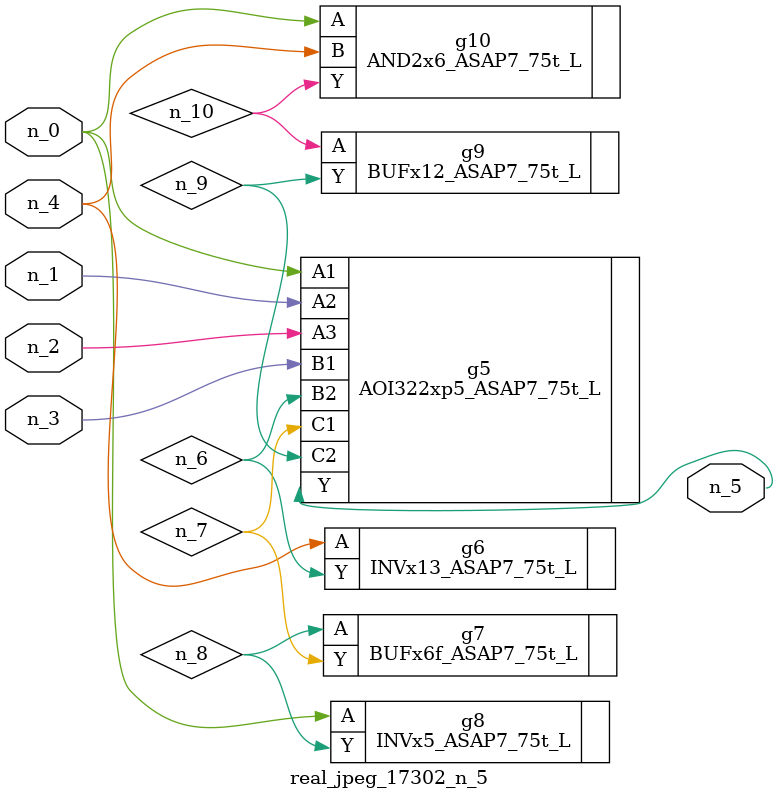
<source format=v>
module real_jpeg_17302_n_5 (n_4, n_0, n_1, n_2, n_3, n_5);

input n_4;
input n_0;
input n_1;
input n_2;
input n_3;

output n_5;

wire n_8;
wire n_6;
wire n_7;
wire n_10;
wire n_9;

AOI322xp5_ASAP7_75t_L g5 ( 
.A1(n_0),
.A2(n_1),
.A3(n_2),
.B1(n_3),
.B2(n_6),
.C1(n_7),
.C2(n_9),
.Y(n_5)
);

INVx5_ASAP7_75t_L g8 ( 
.A(n_0),
.Y(n_8)
);

AND2x6_ASAP7_75t_L g10 ( 
.A(n_0),
.B(n_4),
.Y(n_10)
);

INVx13_ASAP7_75t_L g6 ( 
.A(n_4),
.Y(n_6)
);

BUFx6f_ASAP7_75t_L g7 ( 
.A(n_8),
.Y(n_7)
);

BUFx12_ASAP7_75t_L g9 ( 
.A(n_10),
.Y(n_9)
);


endmodule
</source>
